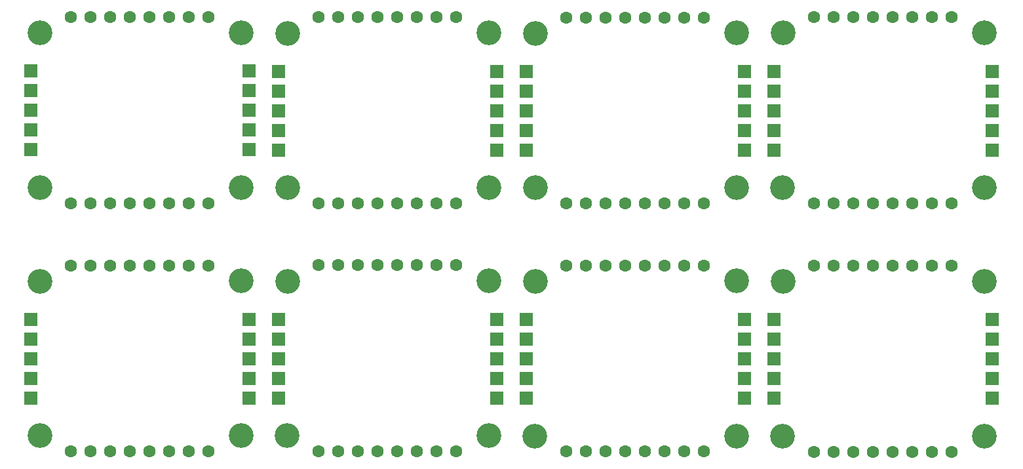
<source format=gbr>
%TF.GenerationSoftware,KiCad,Pcbnew,8.0.6*%
%TF.CreationDate,2024-11-17T13:24:28+02:00*%
%TF.ProjectId,1088as,31303838-6173-42e6-9b69-6361645f7063,rev?*%
%TF.SameCoordinates,PX4b9ebbdPY7add530*%
%TF.FileFunction,Soldermask,Bot*%
%TF.FilePolarity,Negative*%
%FSLAX46Y46*%
G04 Gerber Fmt 4.6, Leading zero omitted, Abs format (unit mm)*
G04 Created by KiCad (PCBNEW 8.0.6) date 2024-11-17 13:24:28*
%MOMM*%
%LPD*%
G01*
G04 APERTURE LIST*
%ADD10C,1.600000*%
%ADD11C,3.200000*%
%ADD12R,1.700000X1.700000*%
G04 APERTURE END LIST*
D10*
%TO.C,U9*%
X103123639Y36157403D03*
X105663639Y36157403D03*
X108203639Y36157403D03*
X110743639Y36157403D03*
X113283639Y36157403D03*
X115823639Y36157403D03*
X118363639Y36157403D03*
X120903639Y36157403D03*
X120903639Y60157403D03*
X118363639Y60157403D03*
X115823639Y60157403D03*
X113283639Y60157403D03*
X110743639Y60157403D03*
X108203639Y60157403D03*
X105663639Y60157403D03*
X103123639Y60157403D03*
%TD*%
D11*
%TO.C,H29*%
X3168939Y58123503D03*
%TD*%
%TO.C,H24*%
X67135939Y38150800D03*
%TD*%
%TO.C,H16*%
X3120989Y6150153D03*
%TD*%
%TO.C,H32*%
X3127939Y38179553D03*
%TD*%
%TO.C,H7*%
X93117353Y6117191D03*
%TD*%
D10*
%TO.C,U5*%
X39110639Y4141203D03*
X41650639Y4141203D03*
X44190639Y4141203D03*
X46730639Y4141203D03*
X49270639Y4141203D03*
X51810639Y4141203D03*
X54350639Y4141203D03*
X56890639Y4141203D03*
X56890639Y28141203D03*
X54350639Y28141203D03*
X51810639Y28141203D03*
X49270639Y28141203D03*
X46730639Y28141203D03*
X44190639Y28141203D03*
X41650639Y28141203D03*
X39110639Y28141203D03*
%TD*%
D11*
%TO.C,H2*%
X125125166Y26107369D03*
%TD*%
%TO.C,H14*%
X29120989Y26150153D03*
%TD*%
%TO.C,H18*%
X125123639Y58170453D03*
%TD*%
%TO.C,H19*%
X125123639Y38170454D03*
%TD*%
%TO.C,H30*%
X29127939Y58179553D03*
%TD*%
%TO.C,H15*%
X29120989Y6150154D03*
%TD*%
%TO.C,H12*%
X35110639Y6154253D03*
%TD*%
%TO.C,H13*%
X3161989Y26094103D03*
%TD*%
%TO.C,H27*%
X61131939Y38160129D03*
%TD*%
D10*
%TO.C,U7*%
X7120989Y4137103D03*
X9660989Y4137103D03*
X12200989Y4137103D03*
X14740989Y4137103D03*
X17280989Y4137103D03*
X19820989Y4137103D03*
X22360989Y4137103D03*
X24900989Y4137103D03*
X24900989Y28137103D03*
X22360989Y28137103D03*
X19820989Y28137103D03*
X17280989Y28137103D03*
X14740989Y28137103D03*
X12200989Y28137103D03*
X9660989Y28137103D03*
X7120989Y28137103D03*
%TD*%
%TO.C,U15*%
X7127939Y36166503D03*
X9667939Y36166503D03*
X12207939Y36166503D03*
X14747939Y36166503D03*
X17287939Y36166503D03*
X19827939Y36166503D03*
X22367939Y36166503D03*
X24907939Y36166503D03*
X24907939Y60166503D03*
X22367939Y60166503D03*
X19827939Y60166503D03*
X17287939Y60166503D03*
X14747939Y60166503D03*
X12207939Y60166503D03*
X9667939Y60166503D03*
X7127939Y60166503D03*
%TD*%
D11*
%TO.C,H1*%
X99166166Y26051319D03*
%TD*%
D10*
%TO.C,U3*%
X71117353Y4104140D03*
X73657353Y4104140D03*
X76197353Y4104140D03*
X78737353Y4104140D03*
X81277353Y4104140D03*
X83817353Y4104140D03*
X86357353Y4104140D03*
X88897353Y4104140D03*
X88897353Y28104140D03*
X86357353Y28104140D03*
X83817353Y28104140D03*
X81277353Y28104140D03*
X78737353Y28104140D03*
X76197353Y28104140D03*
X73657353Y28104140D03*
X71117353Y28104140D03*
%TD*%
D11*
%TO.C,H31*%
X29127939Y38179554D03*
%TD*%
%TO.C,H20*%
X99123639Y38170453D03*
%TD*%
%TO.C,H28*%
X35131939Y38160128D03*
%TD*%
%TO.C,H25*%
X35172939Y58104078D03*
%TD*%
%TO.C,H3*%
X125125166Y6107369D03*
%TD*%
%TO.C,H8*%
X67117353Y6117190D03*
%TD*%
%TO.C,H5*%
X67158353Y26061140D03*
%TD*%
D10*
%TO.C,U1*%
X103125166Y4094319D03*
X105665166Y4094319D03*
X108205166Y4094319D03*
X110745166Y4094319D03*
X113285166Y4094319D03*
X115825166Y4094319D03*
X118365166Y4094319D03*
X120905166Y4094319D03*
X120905166Y28094319D03*
X118365166Y28094319D03*
X115825166Y28094319D03*
X113285166Y28094319D03*
X110745166Y28094319D03*
X108205166Y28094319D03*
X105665166Y28094319D03*
X103125166Y28094319D03*
%TD*%
D11*
%TO.C,H9*%
X35151639Y26098203D03*
%TD*%
%TO.C,H10*%
X61110639Y26154253D03*
%TD*%
%TO.C,H22*%
X93135939Y58150800D03*
%TD*%
%TO.C,H26*%
X61131939Y58160128D03*
%TD*%
%TO.C,H17*%
X99164639Y58114403D03*
%TD*%
%TO.C,H23*%
X93135939Y38150801D03*
%TD*%
D10*
%TO.C,U11*%
X71135939Y36137750D03*
X73675939Y36137750D03*
X76215939Y36137750D03*
X78755939Y36137750D03*
X81295939Y36137750D03*
X83835939Y36137750D03*
X86375939Y36137750D03*
X88915939Y36137750D03*
X88915939Y60137750D03*
X86375939Y60137750D03*
X83835939Y60137750D03*
X81295939Y60137750D03*
X78755939Y60137750D03*
X76215939Y60137750D03*
X73675939Y60137750D03*
X71135939Y60137750D03*
%TD*%
D11*
%TO.C,H6*%
X93117353Y26117190D03*
%TD*%
%TO.C,H21*%
X67176939Y58094750D03*
%TD*%
%TO.C,H11*%
X61110639Y6154254D03*
%TD*%
D10*
%TO.C,U13*%
X39131939Y36147078D03*
X41671939Y36147078D03*
X44211939Y36147078D03*
X46751939Y36147078D03*
X49291939Y36147078D03*
X51831939Y36147078D03*
X54371939Y36147078D03*
X56911939Y36147078D03*
X56911939Y60147078D03*
X54371939Y60147078D03*
X51831939Y60147078D03*
X49291939Y60147078D03*
X46751939Y60147078D03*
X44211939Y60147078D03*
X41671939Y60147078D03*
X39131939Y60147078D03*
%TD*%
D11*
%TO.C,H4*%
X99125166Y6107369D03*
%TD*%
D12*
%TO.C,J21*%
X33978673Y13559684D03*
%TD*%
%TO.C,J19*%
X94179387Y21142621D03*
%TD*%
%TO.C,J76*%
X1995973Y43044984D03*
%TD*%
%TO.C,J53*%
X66003973Y50636230D03*
%TD*%
%TO.C,J16*%
X65985387Y10982621D03*
%TD*%
%TO.C,J13*%
X65985387Y18602620D03*
%TD*%
%TO.C,J2*%
X126187200Y13512800D03*
%TD*%
%TO.C,J52*%
X94197973Y45556232D03*
%TD*%
%TO.C,J17*%
X65985387Y21142620D03*
%TD*%
%TO.C,J68*%
X62193973Y43025560D03*
%TD*%
%TO.C,J77*%
X1995973Y53204983D03*
%TD*%
%TO.C,J41*%
X97991673Y45575884D03*
%TD*%
%TO.C,J73*%
X1995973Y50664983D03*
%TD*%
%TO.C,J65*%
X62193973Y48105559D03*
%TD*%
%TO.C,J14*%
X65985387Y16062620D03*
%TD*%
%TO.C,J24*%
X33978673Y16099683D03*
%TD*%
%TO.C,J20*%
X94179387Y18602621D03*
%TD*%
%TO.C,J45*%
X126185673Y48115884D03*
%TD*%
%TO.C,J67*%
X33999973Y53185558D03*
%TD*%
%TO.C,J23*%
X33978673Y18639683D03*
%TD*%
%TO.C,J25*%
X62172673Y16099684D03*
%TD*%
%TO.C,J48*%
X126185673Y43035885D03*
%TD*%
%TO.C,J22*%
X62172673Y13559685D03*
%TD*%
%TO.C,J7*%
X97993200Y21132800D03*
%TD*%
%TO.C,J66*%
X33999973Y43025559D03*
%TD*%
%TO.C,J30*%
X62172673Y18639684D03*
%TD*%
%TO.C,J31*%
X1989023Y13555584D03*
%TD*%
%TO.C,J46*%
X97991673Y43035884D03*
%TD*%
%TO.C,J34*%
X1989023Y16095583D03*
%TD*%
%TO.C,J47*%
X97991673Y53195883D03*
%TD*%
%TO.C,J79*%
X30189973Y53204984D03*
%TD*%
%TO.C,J40*%
X30183023Y18635584D03*
%TD*%
%TO.C,J64*%
X33999973Y48105558D03*
%TD*%
%TO.C,J43*%
X97991673Y50655883D03*
%TD*%
%TO.C,J69*%
X62193973Y53185559D03*
%TD*%
%TO.C,J6*%
X97993200Y10972800D03*
%TD*%
%TO.C,J35*%
X30183023Y16095584D03*
%TD*%
%TO.C,J44*%
X97991673Y48115883D03*
%TD*%
%TO.C,J58*%
X94197973Y43016232D03*
%TD*%
%TO.C,J32*%
X30183023Y13555585D03*
%TD*%
%TO.C,J61*%
X33999973Y45565559D03*
%TD*%
%TO.C,J3*%
X97993200Y18592800D03*
%TD*%
%TO.C,J75*%
X30189973Y48124984D03*
%TD*%
%TO.C,J63*%
X33999973Y50645558D03*
%TD*%
%TO.C,J39*%
X30183023Y21175584D03*
%TD*%
%TO.C,J49*%
X126185673Y53195884D03*
%TD*%
%TO.C,J38*%
X30183023Y11015585D03*
%TD*%
%TO.C,J54*%
X66003973Y48096230D03*
%TD*%
%TO.C,J15*%
X94179387Y16062621D03*
%TD*%
%TO.C,J29*%
X62172673Y21179684D03*
%TD*%
%TO.C,J42*%
X126185673Y45575885D03*
%TD*%
%TO.C,J55*%
X94197973Y48096231D03*
%TD*%
%TO.C,J33*%
X1989023Y18635583D03*
%TD*%
%TO.C,J59*%
X94197973Y53176231D03*
%TD*%
%TO.C,J28*%
X62172673Y11019685D03*
%TD*%
%TO.C,J12*%
X94179387Y13522622D03*
%TD*%
%TO.C,J56*%
X66003973Y43016231D03*
%TD*%
%TO.C,J78*%
X30189973Y43044985D03*
%TD*%
%TO.C,J70*%
X62193973Y50645559D03*
%TD*%
%TO.C,J72*%
X30189973Y45584985D03*
%TD*%
%TO.C,J62*%
X62193973Y45565560D03*
%TD*%
%TO.C,J36*%
X1989023Y11015584D03*
%TD*%
%TO.C,J10*%
X126187200Y18592800D03*
%TD*%
%TO.C,J50*%
X126185673Y50655884D03*
%TD*%
%TO.C,J1*%
X97993200Y13512800D03*
%TD*%
%TO.C,J9*%
X126187200Y21132800D03*
%TD*%
%TO.C,J11*%
X65985387Y13522621D03*
%TD*%
%TO.C,J51*%
X66003973Y45556231D03*
%TD*%
%TO.C,J37*%
X1989023Y21175583D03*
%TD*%
%TO.C,J8*%
X126187200Y10972800D03*
%TD*%
%TO.C,J18*%
X94179387Y10982622D03*
%TD*%
%TO.C,J80*%
X30189973Y50664984D03*
%TD*%
%TO.C,J27*%
X33978673Y21179683D03*
%TD*%
%TO.C,J74*%
X1995973Y48124983D03*
%TD*%
%TO.C,J26*%
X33978673Y11019684D03*
%TD*%
%TO.C,J60*%
X94197973Y50636231D03*
%TD*%
%TO.C,J57*%
X66003973Y53176230D03*
%TD*%
%TO.C,J71*%
X1995973Y45584984D03*
%TD*%
%TO.C,J5*%
X126187200Y16052800D03*
%TD*%
%TO.C,J4*%
X97993200Y16052800D03*
%TD*%
M02*

</source>
